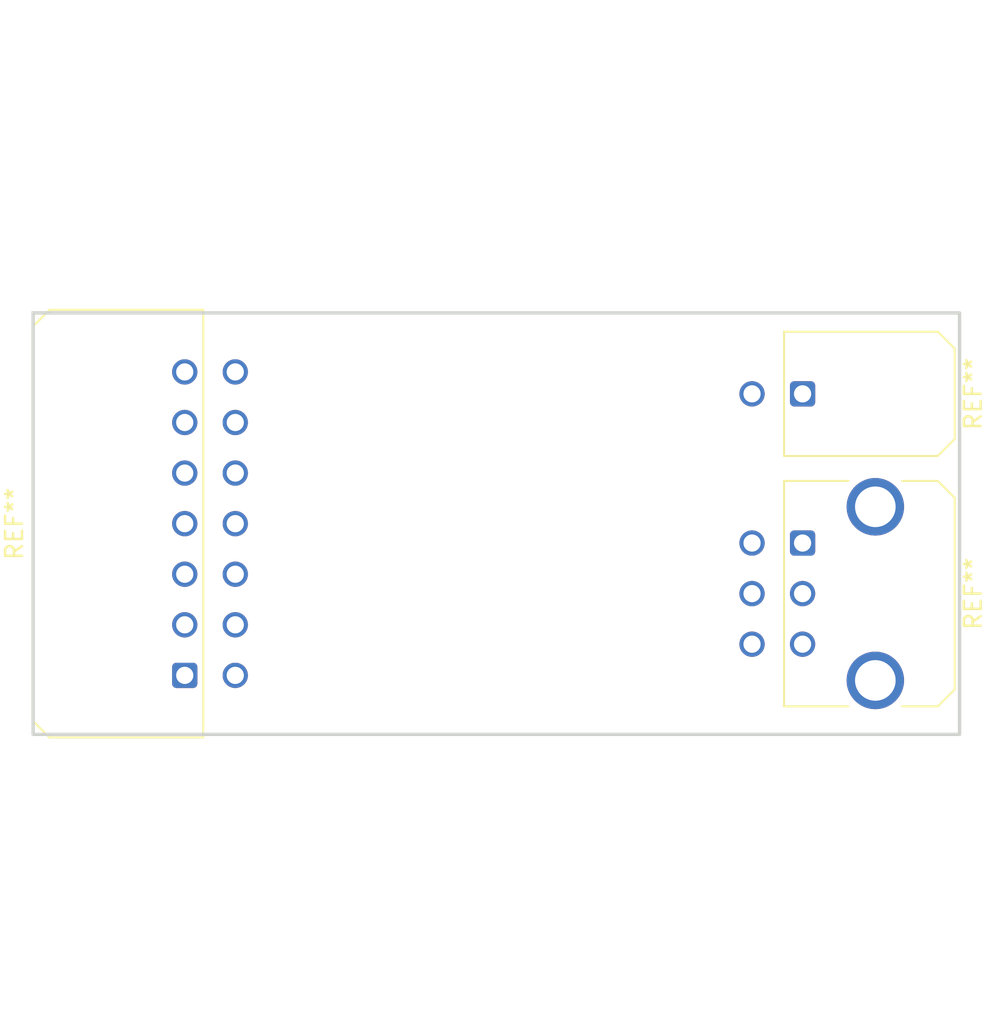
<source format=kicad_pcb>
(kicad_pcb (version 20240108) (generator "pcbnew") (generator_version "8.0")
  (layers (0 "F.Cu" signal) (31 "B.Cu" signal) (34 "B.Paste" user) (35 "F.Paste" user) (36 "B.SilkS" user "B.Silkscreen") (37 "F.SilkS" user "F.Silkscreen") (38 "B.Mask" user) (39 "F.Mask" user) (44 "Edge.Cuts" user))
  (net 0 "")
  (footprint "Connector_Molex:Molex_Micro-Fit_3.0_43045-0621_2x03-1MP_P3.00mm_Horizontal" (layer "F.Cu") (at 131.18 71.65 -90)
    (property "Reference" "REF**" (at 3 -10.12 90) (layer "F.SilkS"))
    (property "Value" "Molex_Micro-Fit_3.0_43045-0621_2x03-1MP_P3.00mm_Horizontal")
    (fp_line (start -3.685 1.1) (end 9.685 1.1) (stroke (width 0.12)) (layer "F.SilkS"))
    (fp_line (start 9.685 1.1) (end 9.685 -2.725) (stroke (width 0.12)) (layer "F.SilkS"))
    (fp_line (start -3.685 -2.725) (end -3.685 1.1) (stroke (width 0.12)) (layer "F.SilkS"))
    (fp_line (start -3.685 -5.915) (end -3.685 -8.03) (stroke (width 0.12)) (layer "F.SilkS"))
    (fp_line (start -3.685 -8.03) (end -2.685 -9.03) (stroke (width 0.12)) (layer "F.SilkS"))
    (fp_line (start 9.685 -8.03) (end 9.685 -5.915) (stroke (width 0.12)) (layer "F.SilkS"))
    (fp_line (start -2.685 -9.03) (end 8.685 -9.03) (stroke (width 0.12)) (layer "F.SilkS"))
    (fp_line (start 8.685 -9.03) (end 9.685 -8.03) (stroke (width 0.12)) (layer "F.SilkS"))
    (pad "1" thru_hole roundrect (at 0 0 270) (size 1.5 1.5) (drill 1.02) (layers "*.Cu" "*.Mask") (roundrect_rratio 0.166667))
    (pad "2" thru_hole circle (at 3 0 270) (size 1.5 1.5) (drill 1.02) (layers "*.Cu" "*.Mask"))
    (pad "3" thru_hole circle (at 6 0 270) (size 1.5 1.5) (drill 1.02) (layers "*.Cu" "*.Mask"))
    (pad "4" thru_hole circle (at 0 3 270) (size 1.5 1.5) (drill 1.02) (layers "*.Cu" "*.Mask"))
    (pad "5" thru_hole circle (at 3 3 270) (size 1.5 1.5) (drill 1.02) (layers "*.Cu" "*.Mask"))
    (pad "6" thru_hole circle (at 6 3 270) (size 1.5 1.5) (drill 1.02) (layers "*.Cu" "*.Mask"))
    (pad "MP" thru_hole circle (at -2.15 -4.32 270) (size 3.41 3.41) (drill 2.41) (layers "*.Cu" "*.Mask"))
    (pad "MP" thru_hole circle (at 8.15 -4.32 270) (size 3.41 3.41) (drill 2.41) (layers "*.Cu" "*.Mask"))
  )
  (footprint "Connector_Molex:Molex_Micro-Fit_3.0_43045-0200_2x01_P3.00mm_Horizontal" (layer "F.Cu") (at 131.18 62.8 -90)
    (property "Reference" "REF**" (at 0 -10.12 90) (layer "F.SilkS"))
    (property "Value" "Molex_Micro-Fit_3.0_43045-0200_2x01_P3.00mm_Horizontal")
    (fp_line (start -3.685 1.1) (end -3.685 -8.03) (stroke (width 0.12)) (layer "F.SilkS"))
    (fp_line (start 3.685 1.1) (end -3.685 1.1) (stroke (width 0.12)) (layer "F.SilkS"))
    (fp_line (start -3.685 -8.03) (end -2.685 -9.03) (stroke (width 0.12)) (layer "F.SilkS"))
    (fp_line (start 3.685 -8.03) (end 3.685 1.1) (stroke (width 0.12)) (layer "F.SilkS"))
    (fp_line (start -2.685 -9.03) (end 2.685 -9.03) (stroke (width 0.12)) (layer "F.SilkS"))
    (fp_line (start 2.685 -9.03) (end 3.685 -8.03) (stroke (width 0.12)) (layer "F.SilkS"))
    (pad "" np_thru_hole circle (at 0 -4.32 270) (size 3 3) (drill 3) (layers "*.Cu" "*.Mask"))
    (pad "1" thru_hole roundrect (at 0 0 270) (size 1.5 1.5) (drill 1.02) (layers "*.Cu" "*.Mask") (roundrect_rratio 0.166667))
    (pad "2" thru_hole circle (at 0 3 270) (size 1.5 1.5) (drill 1.02) (layers "*.Cu" "*.Mask"))
  )
  (footprint "Connector_Molex:Molex_Micro-Fit_3.0_43045-1400_2x07_P3.00mm_Horizontal" (layer "F.Cu") (at 94.5 79.5 90)
    (property "Reference" "REF**" (at 9 -10.12 270) (layer "F.SilkS"))
    (property "Value" "Molex_Micro-Fit_3.0_43045-1400_2x07_P3.00mm_Horizontal")
    (fp_line (start 20.685 -9.03) (end 21.685 -8.03) (stroke (width 0.12)) (layer "F.SilkS"))
    (fp_line (start -2.685 -9.03) (end 20.685 -9.03) (stroke (width 0.12)) (layer "F.SilkS"))
    (fp_line (start 21.685 -8.03) (end 21.685 1.1) (stroke (width 0.12)) (layer "F.SilkS"))
    (fp_line (start -3.685 -8.03) (end -2.685 -9.03) (stroke (width 0.12)) (layer "F.SilkS"))
    (fp_line (start 21.685 1.1) (end -3.685 1.1) (stroke (width 0.12)) (layer "F.SilkS"))
    (fp_line (start -3.685 1.1) (end -3.685 -8.03) (stroke (width 0.12)) (layer "F.SilkS"))
    (pad "" np_thru_hole circle (at 2.16 -4.32 90) (size 3 3) (drill 3) (layers "*.Cu" "*.Mask"))
    (pad "" np_thru_hole circle (at 15.86 -4.32 90) (size 3 3) (drill 3) (layers "*.Cu" "*.Mask"))
    (pad "1" thru_hole roundrect (at 0 0 90) (size 1.5 1.5) (drill 1.02) (layers "*.Cu" "*.Mask") (roundrect_rratio 0.166667))
    (pad "2" thru_hole circle (at 3 0 90) (size 1.5 1.5) (drill 1.02) (layers "*.Cu" "*.Mask"))
    (pad "3" thru_hole circle (at 6 0 90) (size 1.5 1.5) (drill 1.02) (layers "*.Cu" "*.Mask"))
    (pad "4" thru_hole circle (at 9 0 90) (size 1.5 1.5) (drill 1.02) (layers "*.Cu" "*.Mask"))
    (pad "5" thru_hole circle (at 12 0 90) (size 1.5 1.5) (drill 1.02) (layers "*.Cu" "*.Mask"))
    (pad "6" thru_hole circle (at 15 0 90) (size 1.5 1.5) (drill 1.02) (layers "*.Cu" "*.Mask"))
    (pad "7" thru_hole circle (at 18 0 90) (size 1.5 1.5) (drill 1.02) (layers "*.Cu" "*.Mask"))
    (pad "8" thru_hole circle (at 0 3 90) (size 1.5 1.5) (drill 1.02) (layers "*.Cu" "*.Mask"))
    (pad "9" thru_hole circle (at 3 3 90) (size 1.5 1.5) (drill 1.02) (layers "*.Cu" "*.Mask"))
    (pad "10" thru_hole circle (at 6 3 90) (size 1.5 1.5) (drill 1.02) (layers "*.Cu" "*.Mask"))
    (pad "11" thru_hole circle (at 9 3 90) (size 1.5 1.5) (drill 1.02) (layers "*.Cu" "*.Mask"))
    (pad "12" thru_hole circle (at 12 3 90) (size 1.5 1.5) (drill 1.02) (layers "*.Cu" "*.Mask"))
    (pad "13" thru_hole circle (at 15 3 90) (size 1.5 1.5) (drill 1.02) (layers "*.Cu" "*.Mask"))
    (pad "14" thru_hole circle (at 18 3 90) (size 1.5 1.5) (drill 1.02) (layers "*.Cu" "*.Mask"))
  )
  (gr_rect (start 85.5 58) (end 140.5 83) (stroke (width 0.2)) (fill none) (layer "Edge.Cuts"))
)
</source>
